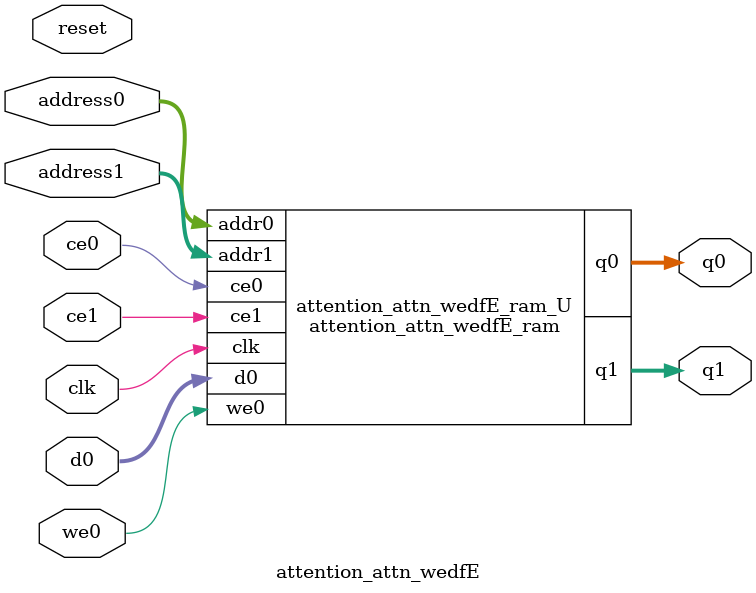
<source format=v>
`timescale 1 ns / 1 ps
module attention_attn_wedfE_ram (addr0, ce0, d0, we0, q0, addr1, ce1, q1,  clk);

parameter DWIDTH = 38;
parameter AWIDTH = 6;
parameter MEM_SIZE = 48;

input[AWIDTH-1:0] addr0;
input ce0;
input[DWIDTH-1:0] d0;
input we0;
output reg[DWIDTH-1:0] q0;
input[AWIDTH-1:0] addr1;
input ce1;
output reg[DWIDTH-1:0] q1;
input clk;

(* ram_style = "block" *)reg [DWIDTH-1:0] ram[0:MEM_SIZE-1];




always @(posedge clk)  
begin 
    if (ce0) begin
        if (we0) 
            ram[addr0] <= d0; 
        q0 <= ram[addr0];
    end
end


always @(posedge clk)  
begin 
    if (ce1) begin
        q1 <= ram[addr1];
    end
end


endmodule

`timescale 1 ns / 1 ps
module attention_attn_wedfE(
    reset,
    clk,
    address0,
    ce0,
    we0,
    d0,
    q0,
    address1,
    ce1,
    q1);

parameter DataWidth = 32'd38;
parameter AddressRange = 32'd48;
parameter AddressWidth = 32'd6;
input reset;
input clk;
input[AddressWidth - 1:0] address0;
input ce0;
input we0;
input[DataWidth - 1:0] d0;
output[DataWidth - 1:0] q0;
input[AddressWidth - 1:0] address1;
input ce1;
output[DataWidth - 1:0] q1;



attention_attn_wedfE_ram attention_attn_wedfE_ram_U(
    .clk( clk ),
    .addr0( address0 ),
    .ce0( ce0 ),
    .we0( we0 ),
    .d0( d0 ),
    .q0( q0 ),
    .addr1( address1 ),
    .ce1( ce1 ),
    .q1( q1 ));

endmodule


</source>
